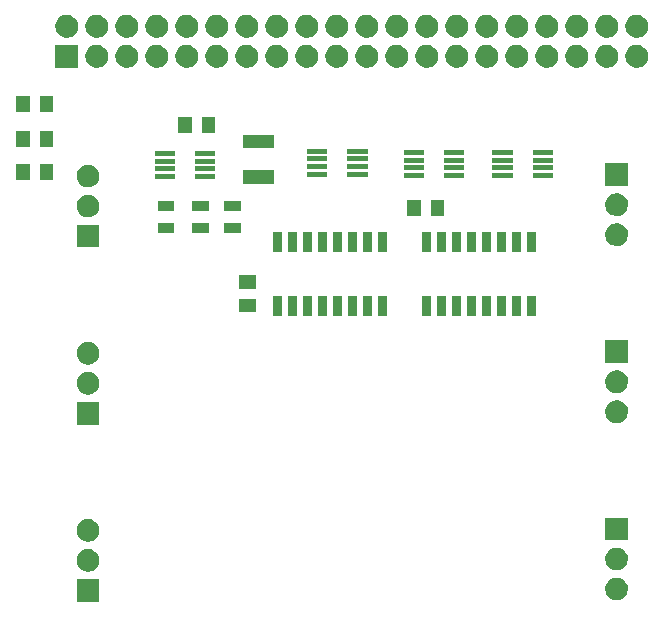
<source format=gbr>
G04 #@! TF.FileFunction,Soldermask,Top*
%FSLAX45Y45*%
G04 Gerber Fmt 4.5, Leading zero omitted, Abs format (unit mm)*
G04 Created by KiCad (PCBNEW (2015-01-16 BZR 5376)-product) date 3/19/2015 6:58:58 PM*
%MOMM*%
G01*
G04 APERTURE LIST*
%ADD10C,0.100000*%
G04 APERTURE END LIST*
D10*
G36*
X506350Y-948850D02*
X393650Y-948850D01*
X393650Y-811150D01*
X506350Y-811150D01*
X506350Y-948850D01*
X506350Y-948850D01*
G37*
G36*
X506350Y-1248850D02*
X393650Y-1248850D01*
X393650Y-1111150D01*
X506350Y-1111150D01*
X506350Y-1248850D01*
X506350Y-1248850D01*
G37*
G36*
X506350Y-1528850D02*
X393650Y-1528850D01*
X393650Y-1391150D01*
X506350Y-1391150D01*
X506350Y-1528850D01*
X506350Y-1528850D01*
G37*
G36*
X706350Y-948850D02*
X593650Y-948850D01*
X593650Y-811150D01*
X706350Y-811150D01*
X706350Y-948850D01*
X706350Y-948850D01*
G37*
G36*
X706350Y-1248850D02*
X593650Y-1248850D01*
X593650Y-1111150D01*
X706350Y-1111150D01*
X706350Y-1248850D01*
X706350Y-1248850D01*
G37*
G36*
X706350Y-1528850D02*
X593650Y-1528850D01*
X593650Y-1391150D01*
X706350Y-1391150D01*
X706350Y-1528850D01*
X706350Y-1528850D01*
G37*
G36*
X915350Y-575350D02*
X722650Y-575350D01*
X722650Y-382650D01*
X915350Y-382650D01*
X915350Y-575350D01*
X915350Y-575350D01*
G37*
G36*
X915354Y-215552D02*
X915053Y-237134D01*
X915047Y-237160D01*
X915047Y-237160D01*
X910867Y-255560D01*
X910867Y-255560D01*
X903181Y-272822D01*
X892289Y-288262D01*
X878606Y-301292D01*
X862652Y-311417D01*
X862652Y-311417D01*
X862652Y-311417D01*
X858928Y-312861D01*
X845036Y-318250D01*
X845035Y-318250D01*
X826428Y-321531D01*
X826428Y-321531D01*
X807536Y-321135D01*
X789082Y-317078D01*
X771767Y-309513D01*
X756251Y-298729D01*
X743126Y-285138D01*
X732890Y-269255D01*
X725934Y-251686D01*
X722523Y-233101D01*
X722787Y-214208D01*
X726715Y-195726D01*
X734159Y-178358D01*
X744835Y-162768D01*
X758334Y-149548D01*
X774145Y-139201D01*
X791665Y-132123D01*
X810225Y-128582D01*
X829120Y-128714D01*
X847629Y-132514D01*
X865048Y-139836D01*
X880713Y-150401D01*
X880713Y-150402D01*
X894027Y-163809D01*
X894028Y-163810D01*
X904484Y-179547D01*
X911684Y-197017D01*
X915349Y-215526D01*
X915349Y-215527D01*
X915354Y-215552D01*
X915354Y-215552D01*
G37*
G36*
X1096350Y-2096350D02*
X903650Y-2096350D01*
X903650Y-1903650D01*
X1096350Y-1903650D01*
X1096350Y-2096350D01*
X1096350Y-2096350D01*
G37*
G36*
X1096350Y-3596350D02*
X903650Y-3596350D01*
X903650Y-3403650D01*
X1096350Y-3403650D01*
X1096350Y-3596350D01*
X1096350Y-3596350D01*
G37*
G36*
X1096350Y-5096350D02*
X903650Y-5096350D01*
X903650Y-4903650D01*
X1096350Y-4903650D01*
X1096350Y-5096350D01*
X1096350Y-5096350D01*
G37*
G36*
X1096354Y-1482552D02*
X1096053Y-1504134D01*
X1096047Y-1504160D01*
X1096047Y-1504160D01*
X1091867Y-1522560D01*
X1091867Y-1522560D01*
X1084181Y-1539822D01*
X1073290Y-1555262D01*
X1059606Y-1568292D01*
X1043652Y-1578417D01*
X1043652Y-1578417D01*
X1043652Y-1578417D01*
X1039928Y-1579861D01*
X1026036Y-1585250D01*
X1026035Y-1585250D01*
X1007428Y-1588531D01*
X1007428Y-1588531D01*
X988536Y-1588135D01*
X970082Y-1584078D01*
X952767Y-1576513D01*
X937251Y-1565729D01*
X924126Y-1552137D01*
X913890Y-1536254D01*
X906934Y-1518686D01*
X903523Y-1500101D01*
X903787Y-1481208D01*
X907715Y-1462726D01*
X915159Y-1445358D01*
X925835Y-1429767D01*
X939334Y-1416547D01*
X955145Y-1406201D01*
X972665Y-1399123D01*
X991225Y-1395582D01*
X1010120Y-1395714D01*
X1028629Y-1399513D01*
X1046048Y-1406836D01*
X1061713Y-1417401D01*
X1061713Y-1417402D01*
X1075027Y-1430809D01*
X1075028Y-1430810D01*
X1085484Y-1446547D01*
X1092684Y-1464017D01*
X1096349Y-1482526D01*
X1096349Y-1482527D01*
X1096354Y-1482552D01*
X1096354Y-1482552D01*
G37*
G36*
X1096354Y-1736552D02*
X1096053Y-1758134D01*
X1096047Y-1758160D01*
X1096047Y-1758160D01*
X1091867Y-1776560D01*
X1091867Y-1776560D01*
X1084181Y-1793822D01*
X1073290Y-1809262D01*
X1059606Y-1822292D01*
X1043652Y-1832417D01*
X1043652Y-1832417D01*
X1043652Y-1832417D01*
X1039928Y-1833861D01*
X1026036Y-1839250D01*
X1026035Y-1839250D01*
X1007428Y-1842531D01*
X1007428Y-1842531D01*
X988536Y-1842135D01*
X970082Y-1838078D01*
X952767Y-1830513D01*
X937251Y-1819729D01*
X924126Y-1806137D01*
X913890Y-1790254D01*
X906934Y-1772686D01*
X903523Y-1754101D01*
X903787Y-1735208D01*
X907715Y-1716726D01*
X915159Y-1699358D01*
X925835Y-1683767D01*
X939334Y-1670547D01*
X955145Y-1660201D01*
X972665Y-1653123D01*
X991225Y-1649582D01*
X1010120Y-1649714D01*
X1028629Y-1653513D01*
X1046048Y-1660836D01*
X1061713Y-1671401D01*
X1061713Y-1671402D01*
X1075027Y-1684809D01*
X1075028Y-1684810D01*
X1085484Y-1700547D01*
X1092684Y-1718017D01*
X1096349Y-1736526D01*
X1096349Y-1736527D01*
X1096354Y-1736552D01*
X1096354Y-1736552D01*
G37*
G36*
X1096354Y-2982552D02*
X1096053Y-3004134D01*
X1096047Y-3004160D01*
X1096047Y-3004160D01*
X1091867Y-3022560D01*
X1091867Y-3022560D01*
X1084181Y-3039822D01*
X1073290Y-3055262D01*
X1059606Y-3068292D01*
X1043652Y-3078417D01*
X1043652Y-3078417D01*
X1043652Y-3078417D01*
X1039928Y-3079861D01*
X1026036Y-3085250D01*
X1026035Y-3085250D01*
X1007428Y-3088531D01*
X1007428Y-3088531D01*
X988536Y-3088135D01*
X970082Y-3084078D01*
X952767Y-3076513D01*
X937251Y-3065729D01*
X924126Y-3052137D01*
X913890Y-3036254D01*
X906934Y-3018686D01*
X903523Y-3000101D01*
X903787Y-2981208D01*
X907715Y-2962726D01*
X915159Y-2945358D01*
X925835Y-2929767D01*
X939334Y-2916547D01*
X955145Y-2906201D01*
X972665Y-2899123D01*
X991225Y-2895582D01*
X1010120Y-2895714D01*
X1028629Y-2899513D01*
X1046048Y-2906836D01*
X1061713Y-2917401D01*
X1061713Y-2917402D01*
X1075027Y-2930809D01*
X1075028Y-2930810D01*
X1085484Y-2946547D01*
X1092684Y-2964017D01*
X1096349Y-2982526D01*
X1096349Y-2982527D01*
X1096354Y-2982552D01*
X1096354Y-2982552D01*
G37*
G36*
X1096354Y-3236552D02*
X1096053Y-3258134D01*
X1096047Y-3258160D01*
X1096047Y-3258160D01*
X1091867Y-3276560D01*
X1091867Y-3276560D01*
X1084181Y-3293822D01*
X1073290Y-3309262D01*
X1059606Y-3322292D01*
X1043652Y-3332417D01*
X1043652Y-3332417D01*
X1043652Y-3332417D01*
X1039928Y-3333861D01*
X1026036Y-3339250D01*
X1026035Y-3339250D01*
X1007428Y-3342531D01*
X1007428Y-3342531D01*
X988536Y-3342135D01*
X970082Y-3338078D01*
X952767Y-3330513D01*
X937251Y-3319729D01*
X924126Y-3306137D01*
X913890Y-3290254D01*
X906934Y-3272686D01*
X903523Y-3254101D01*
X903787Y-3235208D01*
X907715Y-3216726D01*
X915159Y-3199358D01*
X925835Y-3183767D01*
X939334Y-3170547D01*
X955145Y-3160201D01*
X972665Y-3153123D01*
X991225Y-3149582D01*
X1010120Y-3149714D01*
X1028629Y-3153513D01*
X1046048Y-3160836D01*
X1061713Y-3171401D01*
X1061713Y-3171402D01*
X1075027Y-3184809D01*
X1075028Y-3184810D01*
X1085484Y-3200547D01*
X1092684Y-3218017D01*
X1096349Y-3236526D01*
X1096349Y-3236527D01*
X1096354Y-3236552D01*
X1096354Y-3236552D01*
G37*
G36*
X1096354Y-4482552D02*
X1096053Y-4504134D01*
X1096047Y-4504160D01*
X1096047Y-4504160D01*
X1091867Y-4522560D01*
X1091867Y-4522560D01*
X1084181Y-4539822D01*
X1073290Y-4555262D01*
X1059606Y-4568292D01*
X1043652Y-4578417D01*
X1043652Y-4578417D01*
X1043652Y-4578417D01*
X1039928Y-4579861D01*
X1026036Y-4585250D01*
X1026035Y-4585250D01*
X1007428Y-4588531D01*
X1007428Y-4588531D01*
X988536Y-4588135D01*
X970082Y-4584078D01*
X952767Y-4576513D01*
X937251Y-4565729D01*
X924126Y-4552138D01*
X913890Y-4536255D01*
X906934Y-4518686D01*
X903523Y-4500101D01*
X903787Y-4481208D01*
X907715Y-4462726D01*
X915159Y-4445358D01*
X925835Y-4429768D01*
X939334Y-4416548D01*
X955145Y-4406201D01*
X972665Y-4399123D01*
X991225Y-4395582D01*
X1010120Y-4395714D01*
X1028629Y-4399514D01*
X1046048Y-4406836D01*
X1061713Y-4417401D01*
X1061713Y-4417402D01*
X1075027Y-4430809D01*
X1075028Y-4430810D01*
X1085484Y-4446547D01*
X1092684Y-4464017D01*
X1096349Y-4482526D01*
X1096349Y-4482527D01*
X1096354Y-4482552D01*
X1096354Y-4482552D01*
G37*
G36*
X1096354Y-4736552D02*
X1096053Y-4758134D01*
X1096047Y-4758160D01*
X1096047Y-4758160D01*
X1091867Y-4776560D01*
X1091867Y-4776560D01*
X1084181Y-4793822D01*
X1073290Y-4809262D01*
X1059606Y-4822292D01*
X1043652Y-4832417D01*
X1043652Y-4832417D01*
X1043652Y-4832417D01*
X1039928Y-4833861D01*
X1026036Y-4839250D01*
X1026035Y-4839250D01*
X1007428Y-4842531D01*
X1007428Y-4842531D01*
X988536Y-4842135D01*
X970082Y-4838078D01*
X952767Y-4830513D01*
X937251Y-4819729D01*
X924126Y-4806138D01*
X913890Y-4790255D01*
X906934Y-4772686D01*
X903523Y-4754101D01*
X903787Y-4735208D01*
X907715Y-4716726D01*
X915159Y-4699358D01*
X925835Y-4683768D01*
X939334Y-4670548D01*
X955145Y-4660201D01*
X972665Y-4653123D01*
X991225Y-4649582D01*
X1010120Y-4649714D01*
X1028629Y-4653514D01*
X1046048Y-4660836D01*
X1061713Y-4671401D01*
X1061713Y-4671402D01*
X1075027Y-4684809D01*
X1075028Y-4684810D01*
X1085484Y-4700547D01*
X1092684Y-4718017D01*
X1096349Y-4736526D01*
X1096349Y-4736527D01*
X1096354Y-4736552D01*
X1096354Y-4736552D01*
G37*
G36*
X1169354Y-215552D02*
X1169053Y-237134D01*
X1169047Y-237160D01*
X1169047Y-237160D01*
X1164867Y-255560D01*
X1164867Y-255560D01*
X1157181Y-272822D01*
X1146290Y-288262D01*
X1132606Y-301292D01*
X1116653Y-311417D01*
X1116652Y-311417D01*
X1116652Y-311417D01*
X1112928Y-312861D01*
X1099036Y-318250D01*
X1099036Y-318250D01*
X1080428Y-321531D01*
X1080428Y-321531D01*
X1061536Y-321135D01*
X1043082Y-317078D01*
X1025767Y-309513D01*
X1010251Y-298729D01*
X997126Y-285138D01*
X986890Y-269255D01*
X979934Y-251686D01*
X976523Y-233101D01*
X976787Y-214208D01*
X980715Y-195726D01*
X988159Y-178358D01*
X998835Y-162768D01*
X1012334Y-149548D01*
X1028145Y-139201D01*
X1045665Y-132123D01*
X1064225Y-128582D01*
X1083120Y-128714D01*
X1101630Y-132514D01*
X1119048Y-139836D01*
X1134713Y-150401D01*
X1134713Y-150402D01*
X1148027Y-163809D01*
X1148028Y-163810D01*
X1158484Y-179547D01*
X1165684Y-197017D01*
X1169349Y-215526D01*
X1169349Y-215527D01*
X1169354Y-215552D01*
X1169354Y-215552D01*
G37*
G36*
X1169354Y-469552D02*
X1169053Y-491134D01*
X1169047Y-491160D01*
X1169047Y-491160D01*
X1164867Y-509560D01*
X1164867Y-509560D01*
X1157181Y-526822D01*
X1146290Y-542262D01*
X1132606Y-555292D01*
X1116653Y-565417D01*
X1116652Y-565417D01*
X1116652Y-565417D01*
X1112928Y-566861D01*
X1099036Y-572250D01*
X1099036Y-572250D01*
X1080428Y-575531D01*
X1080428Y-575531D01*
X1061536Y-575135D01*
X1043082Y-571078D01*
X1025767Y-563513D01*
X1010251Y-552729D01*
X997126Y-539138D01*
X986890Y-523254D01*
X979934Y-505686D01*
X976523Y-487101D01*
X976787Y-468208D01*
X980715Y-449726D01*
X988159Y-432358D01*
X998835Y-416767D01*
X1012334Y-403547D01*
X1028145Y-393201D01*
X1045665Y-386123D01*
X1064225Y-382582D01*
X1083120Y-382714D01*
X1101630Y-386513D01*
X1119048Y-393836D01*
X1134713Y-404401D01*
X1134713Y-404402D01*
X1148027Y-417809D01*
X1148028Y-417810D01*
X1158484Y-433547D01*
X1165684Y-451017D01*
X1169349Y-469526D01*
X1169349Y-469527D01*
X1169354Y-469552D01*
X1169354Y-469552D01*
G37*
G36*
X1423354Y-215552D02*
X1423053Y-237134D01*
X1423047Y-237160D01*
X1423047Y-237160D01*
X1418867Y-255560D01*
X1418867Y-255560D01*
X1411181Y-272822D01*
X1400289Y-288262D01*
X1386606Y-301292D01*
X1370653Y-311417D01*
X1370652Y-311417D01*
X1370652Y-311417D01*
X1366928Y-312861D01*
X1353036Y-318250D01*
X1353036Y-318250D01*
X1334428Y-321531D01*
X1334428Y-321531D01*
X1315536Y-321135D01*
X1297082Y-317078D01*
X1279768Y-309513D01*
X1264251Y-298729D01*
X1251126Y-285138D01*
X1240890Y-269255D01*
X1233934Y-251686D01*
X1230523Y-233101D01*
X1230787Y-214208D01*
X1234716Y-195726D01*
X1242159Y-178358D01*
X1252835Y-162768D01*
X1266334Y-149548D01*
X1282145Y-139201D01*
X1299665Y-132123D01*
X1318225Y-128582D01*
X1337120Y-128714D01*
X1355630Y-132514D01*
X1373048Y-139836D01*
X1388713Y-150401D01*
X1388713Y-150402D01*
X1402027Y-163809D01*
X1402028Y-163810D01*
X1412484Y-179547D01*
X1419684Y-197017D01*
X1423349Y-215526D01*
X1423349Y-215527D01*
X1423354Y-215552D01*
X1423354Y-215552D01*
G37*
G36*
X1423354Y-469552D02*
X1423053Y-491134D01*
X1423047Y-491160D01*
X1423047Y-491160D01*
X1418867Y-509560D01*
X1418867Y-509560D01*
X1411181Y-526822D01*
X1400289Y-542262D01*
X1386606Y-555292D01*
X1370653Y-565417D01*
X1370652Y-565417D01*
X1370652Y-565417D01*
X1366928Y-566861D01*
X1353036Y-572250D01*
X1353036Y-572250D01*
X1334428Y-575531D01*
X1334428Y-575531D01*
X1315536Y-575135D01*
X1297082Y-571078D01*
X1279768Y-563513D01*
X1264251Y-552729D01*
X1251126Y-539138D01*
X1240890Y-523254D01*
X1233934Y-505686D01*
X1230523Y-487101D01*
X1230787Y-468208D01*
X1234716Y-449726D01*
X1242159Y-432358D01*
X1252835Y-416767D01*
X1266334Y-403547D01*
X1282145Y-393201D01*
X1299665Y-386123D01*
X1318225Y-382582D01*
X1337120Y-382714D01*
X1355630Y-386513D01*
X1373048Y-393836D01*
X1388713Y-404401D01*
X1388713Y-404402D01*
X1402027Y-417809D01*
X1402028Y-417810D01*
X1412484Y-433547D01*
X1419684Y-451017D01*
X1423349Y-469526D01*
X1423349Y-469527D01*
X1423354Y-469552D01*
X1423354Y-469552D01*
G37*
G36*
X1677354Y-215552D02*
X1677053Y-237134D01*
X1677047Y-237160D01*
X1677047Y-237160D01*
X1672867Y-255560D01*
X1672867Y-255560D01*
X1665181Y-272822D01*
X1654289Y-288262D01*
X1640606Y-301292D01*
X1624652Y-311417D01*
X1624652Y-311417D01*
X1624652Y-311417D01*
X1620928Y-312861D01*
X1607036Y-318250D01*
X1607035Y-318250D01*
X1588428Y-321531D01*
X1588428Y-321531D01*
X1569536Y-321135D01*
X1551082Y-317078D01*
X1533767Y-309513D01*
X1518251Y-298729D01*
X1505126Y-285138D01*
X1494890Y-269255D01*
X1487934Y-251686D01*
X1484523Y-233101D01*
X1484787Y-214208D01*
X1488715Y-195726D01*
X1496159Y-178358D01*
X1506835Y-162768D01*
X1520334Y-149548D01*
X1536145Y-139201D01*
X1553665Y-132123D01*
X1572225Y-128582D01*
X1591120Y-128714D01*
X1609629Y-132514D01*
X1627048Y-139836D01*
X1642713Y-150401D01*
X1642713Y-150402D01*
X1656027Y-163809D01*
X1656028Y-163810D01*
X1666484Y-179547D01*
X1673684Y-197017D01*
X1677349Y-215526D01*
X1677349Y-215527D01*
X1677354Y-215552D01*
X1677354Y-215552D01*
G37*
G36*
X1677354Y-469552D02*
X1677053Y-491134D01*
X1677047Y-491160D01*
X1677047Y-491160D01*
X1672867Y-509560D01*
X1672867Y-509560D01*
X1665181Y-526822D01*
X1654289Y-542262D01*
X1640606Y-555292D01*
X1624652Y-565417D01*
X1624652Y-565417D01*
X1624652Y-565417D01*
X1620928Y-566861D01*
X1607036Y-572250D01*
X1607035Y-572250D01*
X1588428Y-575531D01*
X1588428Y-575531D01*
X1569536Y-575135D01*
X1551082Y-571078D01*
X1533767Y-563513D01*
X1518251Y-552729D01*
X1505126Y-539138D01*
X1494890Y-523254D01*
X1487934Y-505686D01*
X1484523Y-487101D01*
X1484787Y-468208D01*
X1488715Y-449726D01*
X1496159Y-432358D01*
X1506835Y-416767D01*
X1520334Y-403547D01*
X1536145Y-393201D01*
X1553665Y-386123D01*
X1572225Y-382582D01*
X1591120Y-382714D01*
X1609629Y-386513D01*
X1627048Y-393836D01*
X1642713Y-404401D01*
X1642713Y-404402D01*
X1656027Y-417809D01*
X1656028Y-417810D01*
X1666484Y-433547D01*
X1673684Y-451017D01*
X1677349Y-469526D01*
X1677349Y-469527D01*
X1677354Y-469552D01*
X1677354Y-469552D01*
G37*
G36*
X1731454Y-1786306D02*
X1588754Y-1786306D01*
X1588754Y-1703606D01*
X1731454Y-1703606D01*
X1731454Y-1786306D01*
X1731454Y-1786306D01*
G37*
G36*
X1731454Y-1976306D02*
X1588754Y-1976306D01*
X1588754Y-1893606D01*
X1731454Y-1893606D01*
X1731454Y-1976306D01*
X1731454Y-1976306D01*
G37*
G36*
X1736350Y-1323850D02*
X1563650Y-1323850D01*
X1563650Y-1281150D01*
X1736350Y-1281150D01*
X1736350Y-1323850D01*
X1736350Y-1323850D01*
G37*
G36*
X1736350Y-1388850D02*
X1563650Y-1388850D01*
X1563650Y-1346150D01*
X1736350Y-1346150D01*
X1736350Y-1388850D01*
X1736350Y-1388850D01*
G37*
G36*
X1736350Y-1453850D02*
X1563650Y-1453850D01*
X1563650Y-1411150D01*
X1736350Y-1411150D01*
X1736350Y-1453850D01*
X1736350Y-1453850D01*
G37*
G36*
X1736350Y-1518850D02*
X1563650Y-1518850D01*
X1563650Y-1476150D01*
X1736350Y-1476150D01*
X1736350Y-1518850D01*
X1736350Y-1518850D01*
G37*
G36*
X1876350Y-1128850D02*
X1763650Y-1128850D01*
X1763650Y-991150D01*
X1876350Y-991150D01*
X1876350Y-1128850D01*
X1876350Y-1128850D01*
G37*
G36*
X1931354Y-215552D02*
X1931053Y-237134D01*
X1931047Y-237160D01*
X1931047Y-237160D01*
X1926867Y-255560D01*
X1926867Y-255560D01*
X1919181Y-272822D01*
X1908289Y-288262D01*
X1894606Y-301292D01*
X1878652Y-311417D01*
X1878652Y-311417D01*
X1878652Y-311417D01*
X1874928Y-312861D01*
X1861036Y-318250D01*
X1861035Y-318250D01*
X1842428Y-321531D01*
X1842428Y-321531D01*
X1823536Y-321135D01*
X1805082Y-317078D01*
X1787767Y-309513D01*
X1772251Y-298729D01*
X1759126Y-285138D01*
X1748890Y-269255D01*
X1741934Y-251686D01*
X1738523Y-233101D01*
X1738787Y-214208D01*
X1742715Y-195726D01*
X1750159Y-178358D01*
X1760835Y-162768D01*
X1774334Y-149548D01*
X1790145Y-139201D01*
X1807665Y-132123D01*
X1826225Y-128582D01*
X1845120Y-128714D01*
X1863629Y-132514D01*
X1881048Y-139836D01*
X1896713Y-150401D01*
X1896713Y-150402D01*
X1910027Y-163809D01*
X1910028Y-163810D01*
X1920484Y-179547D01*
X1927684Y-197017D01*
X1931349Y-215526D01*
X1931349Y-215527D01*
X1931354Y-215552D01*
X1931354Y-215552D01*
G37*
G36*
X1931354Y-469552D02*
X1931053Y-491134D01*
X1931047Y-491160D01*
X1931047Y-491160D01*
X1926867Y-509560D01*
X1926867Y-509560D01*
X1919181Y-526822D01*
X1908289Y-542262D01*
X1894606Y-555292D01*
X1878652Y-565417D01*
X1878652Y-565417D01*
X1878652Y-565417D01*
X1874928Y-566861D01*
X1861036Y-572250D01*
X1861035Y-572250D01*
X1842428Y-575531D01*
X1842428Y-575531D01*
X1823536Y-575135D01*
X1805082Y-571078D01*
X1787767Y-563513D01*
X1772251Y-552729D01*
X1759126Y-539138D01*
X1748890Y-523254D01*
X1741934Y-505686D01*
X1738523Y-487101D01*
X1738787Y-468208D01*
X1742715Y-449726D01*
X1750159Y-432358D01*
X1760835Y-416767D01*
X1774334Y-403547D01*
X1790145Y-393201D01*
X1807665Y-386123D01*
X1826225Y-382582D01*
X1845120Y-382714D01*
X1863629Y-386513D01*
X1881048Y-393836D01*
X1896713Y-404401D01*
X1896713Y-404402D01*
X1910027Y-417809D01*
X1910028Y-417810D01*
X1920484Y-433547D01*
X1927684Y-451017D01*
X1931349Y-469526D01*
X1931349Y-469527D01*
X1931354Y-469552D01*
X1931354Y-469552D01*
G37*
G36*
X2021454Y-1786306D02*
X1878754Y-1786306D01*
X1878754Y-1703606D01*
X2021454Y-1703606D01*
X2021454Y-1786306D01*
X2021454Y-1786306D01*
G37*
G36*
X2021454Y-1976306D02*
X1878754Y-1976306D01*
X1878754Y-1893606D01*
X2021454Y-1893606D01*
X2021454Y-1976306D01*
X2021454Y-1976306D01*
G37*
G36*
X2076350Y-1128850D02*
X1963650Y-1128850D01*
X1963650Y-991150D01*
X2076350Y-991150D01*
X2076350Y-1128850D01*
X2076350Y-1128850D01*
G37*
G36*
X2076350Y-1323850D02*
X1903650Y-1323850D01*
X1903650Y-1281150D01*
X2076350Y-1281150D01*
X2076350Y-1323850D01*
X2076350Y-1323850D01*
G37*
G36*
X2076350Y-1388850D02*
X1903650Y-1388850D01*
X1903650Y-1346150D01*
X2076350Y-1346150D01*
X2076350Y-1388850D01*
X2076350Y-1388850D01*
G37*
G36*
X2076350Y-1453850D02*
X1903650Y-1453850D01*
X1903650Y-1411150D01*
X2076350Y-1411150D01*
X2076350Y-1453850D01*
X2076350Y-1453850D01*
G37*
G36*
X2076350Y-1518850D02*
X1903650Y-1518850D01*
X1903650Y-1476150D01*
X2076350Y-1476150D01*
X2076350Y-1518850D01*
X2076350Y-1518850D01*
G37*
G36*
X2185354Y-215552D02*
X2185053Y-237134D01*
X2185047Y-237160D01*
X2185047Y-237160D01*
X2180867Y-255560D01*
X2180867Y-255560D01*
X2173181Y-272822D01*
X2162290Y-288262D01*
X2148606Y-301292D01*
X2132653Y-311417D01*
X2132652Y-311417D01*
X2132652Y-311417D01*
X2128928Y-312861D01*
X2115036Y-318250D01*
X2115036Y-318250D01*
X2096428Y-321531D01*
X2096428Y-321531D01*
X2077536Y-321135D01*
X2059082Y-317078D01*
X2041767Y-309513D01*
X2026251Y-298729D01*
X2013126Y-285138D01*
X2002890Y-269255D01*
X1995934Y-251686D01*
X1992523Y-233101D01*
X1992787Y-214208D01*
X1996715Y-195726D01*
X2004159Y-178358D01*
X2014835Y-162768D01*
X2028334Y-149548D01*
X2044145Y-139201D01*
X2061665Y-132123D01*
X2080225Y-128582D01*
X2099120Y-128714D01*
X2117630Y-132514D01*
X2135048Y-139836D01*
X2150713Y-150401D01*
X2150713Y-150402D01*
X2164027Y-163809D01*
X2164028Y-163810D01*
X2174484Y-179547D01*
X2181684Y-197017D01*
X2185349Y-215526D01*
X2185349Y-215527D01*
X2185354Y-215552D01*
X2185354Y-215552D01*
G37*
G36*
X2185354Y-469552D02*
X2185053Y-491134D01*
X2185047Y-491160D01*
X2185047Y-491160D01*
X2180867Y-509560D01*
X2180867Y-509560D01*
X2173181Y-526822D01*
X2162290Y-542262D01*
X2148606Y-555292D01*
X2132653Y-565417D01*
X2132652Y-565417D01*
X2132652Y-565417D01*
X2128928Y-566861D01*
X2115036Y-572250D01*
X2115036Y-572250D01*
X2096428Y-575531D01*
X2096428Y-575531D01*
X2077536Y-575135D01*
X2059082Y-571078D01*
X2041767Y-563513D01*
X2026251Y-552729D01*
X2013126Y-539138D01*
X2002890Y-523254D01*
X1995934Y-505686D01*
X1992523Y-487101D01*
X1992787Y-468208D01*
X1996715Y-449726D01*
X2004159Y-432358D01*
X2014835Y-416767D01*
X2028334Y-403547D01*
X2044145Y-393201D01*
X2061665Y-386123D01*
X2080225Y-382582D01*
X2099120Y-382714D01*
X2117630Y-386513D01*
X2135048Y-393836D01*
X2150713Y-404401D01*
X2150713Y-404402D01*
X2164027Y-417809D01*
X2164028Y-417810D01*
X2174484Y-433547D01*
X2181684Y-451017D01*
X2185349Y-469526D01*
X2185349Y-469527D01*
X2185354Y-469552D01*
X2185354Y-469552D01*
G37*
G36*
X2291454Y-1786306D02*
X2148754Y-1786306D01*
X2148754Y-1703606D01*
X2291454Y-1703606D01*
X2291454Y-1786306D01*
X2291454Y-1786306D01*
G37*
G36*
X2291454Y-1976306D02*
X2148754Y-1976306D01*
X2148754Y-1893606D01*
X2291454Y-1893606D01*
X2291454Y-1976306D01*
X2291454Y-1976306D01*
G37*
G36*
X2418850Y-2446350D02*
X2281150Y-2446350D01*
X2281150Y-2333650D01*
X2418850Y-2333650D01*
X2418850Y-2446350D01*
X2418850Y-2446350D01*
G37*
G36*
X2418850Y-2646350D02*
X2281150Y-2646350D01*
X2281150Y-2533650D01*
X2418850Y-2533650D01*
X2418850Y-2646350D01*
X2418850Y-2646350D01*
G37*
G36*
X2439354Y-215552D02*
X2439053Y-237134D01*
X2439047Y-237160D01*
X2439047Y-237160D01*
X2434867Y-255560D01*
X2434867Y-255560D01*
X2427181Y-272822D01*
X2416290Y-288262D01*
X2402606Y-301292D01*
X2386653Y-311417D01*
X2386652Y-311417D01*
X2386652Y-311417D01*
X2382928Y-312861D01*
X2369036Y-318250D01*
X2369036Y-318250D01*
X2350428Y-321531D01*
X2350428Y-321531D01*
X2331536Y-321135D01*
X2313082Y-317078D01*
X2295768Y-309513D01*
X2280251Y-298729D01*
X2267126Y-285138D01*
X2256890Y-269255D01*
X2249934Y-251686D01*
X2246523Y-233101D01*
X2246787Y-214208D01*
X2250716Y-195726D01*
X2258159Y-178358D01*
X2268835Y-162768D01*
X2282334Y-149548D01*
X2298145Y-139201D01*
X2315665Y-132123D01*
X2334225Y-128582D01*
X2353120Y-128714D01*
X2371630Y-132514D01*
X2389048Y-139836D01*
X2404713Y-150401D01*
X2404713Y-150402D01*
X2418027Y-163809D01*
X2418028Y-163810D01*
X2428484Y-179547D01*
X2435684Y-197017D01*
X2439349Y-215526D01*
X2439349Y-215527D01*
X2439354Y-215552D01*
X2439354Y-215552D01*
G37*
G36*
X2439354Y-469552D02*
X2439053Y-491134D01*
X2439047Y-491160D01*
X2439047Y-491160D01*
X2434867Y-509560D01*
X2434867Y-509560D01*
X2427181Y-526822D01*
X2416290Y-542262D01*
X2402606Y-555292D01*
X2386653Y-565417D01*
X2386652Y-565417D01*
X2386652Y-565417D01*
X2382928Y-566861D01*
X2369036Y-572250D01*
X2369036Y-572250D01*
X2350428Y-575531D01*
X2350428Y-575531D01*
X2331536Y-575135D01*
X2313082Y-571078D01*
X2295768Y-563513D01*
X2280251Y-552729D01*
X2267126Y-539138D01*
X2256890Y-523254D01*
X2249934Y-505686D01*
X2246523Y-487101D01*
X2246787Y-468208D01*
X2250716Y-449726D01*
X2258159Y-432358D01*
X2268835Y-416767D01*
X2282334Y-403547D01*
X2298145Y-393201D01*
X2315665Y-386123D01*
X2334225Y-382582D01*
X2353120Y-382714D01*
X2371630Y-386513D01*
X2389048Y-393836D01*
X2404713Y-404401D01*
X2404713Y-404402D01*
X2418027Y-417809D01*
X2418028Y-417810D01*
X2428484Y-433547D01*
X2435684Y-451017D01*
X2439349Y-469526D01*
X2439349Y-469527D01*
X2439354Y-469552D01*
X2439354Y-469552D01*
G37*
G36*
X2571350Y-1256350D02*
X2308650Y-1256350D01*
X2308650Y-1143650D01*
X2571350Y-1143650D01*
X2571350Y-1256350D01*
X2571350Y-1256350D01*
G37*
G36*
X2571350Y-1556350D02*
X2308650Y-1556350D01*
X2308650Y-1443650D01*
X2571350Y-1443650D01*
X2571350Y-1556350D01*
X2571350Y-1556350D01*
G37*
G36*
X2641850Y-2133850D02*
X2569150Y-2133850D01*
X2569150Y-1966150D01*
X2641850Y-1966150D01*
X2641850Y-2133850D01*
X2641850Y-2133850D01*
G37*
G36*
X2641850Y-2673850D02*
X2569150Y-2673850D01*
X2569150Y-2506150D01*
X2641850Y-2506150D01*
X2641850Y-2673850D01*
X2641850Y-2673850D01*
G37*
G36*
X2693354Y-215552D02*
X2693053Y-237134D01*
X2693047Y-237160D01*
X2693047Y-237160D01*
X2688867Y-255560D01*
X2688867Y-255560D01*
X2681181Y-272822D01*
X2670290Y-288262D01*
X2656606Y-301292D01*
X2640653Y-311417D01*
X2640652Y-311417D01*
X2640652Y-311417D01*
X2636928Y-312861D01*
X2623036Y-318250D01*
X2623036Y-318250D01*
X2604428Y-321531D01*
X2604428Y-321531D01*
X2585536Y-321135D01*
X2567082Y-317078D01*
X2549768Y-309513D01*
X2534251Y-298729D01*
X2521126Y-285138D01*
X2510890Y-269255D01*
X2503934Y-251686D01*
X2500523Y-233101D01*
X2500787Y-214208D01*
X2504716Y-195726D01*
X2512159Y-178358D01*
X2522835Y-162768D01*
X2536334Y-149548D01*
X2552145Y-139201D01*
X2569665Y-132123D01*
X2588225Y-128582D01*
X2607120Y-128714D01*
X2625630Y-132514D01*
X2643048Y-139836D01*
X2658713Y-150401D01*
X2658713Y-150402D01*
X2672027Y-163809D01*
X2672028Y-163810D01*
X2682484Y-179547D01*
X2689684Y-197017D01*
X2693349Y-215526D01*
X2693349Y-215527D01*
X2693354Y-215552D01*
X2693354Y-215552D01*
G37*
G36*
X2693354Y-469552D02*
X2693053Y-491134D01*
X2693047Y-491160D01*
X2693047Y-491160D01*
X2688867Y-509560D01*
X2688867Y-509560D01*
X2681181Y-526822D01*
X2670290Y-542262D01*
X2656606Y-555292D01*
X2640653Y-565417D01*
X2640652Y-565417D01*
X2640652Y-565417D01*
X2636928Y-566861D01*
X2623036Y-572250D01*
X2623036Y-572250D01*
X2604428Y-575531D01*
X2604428Y-575531D01*
X2585536Y-575135D01*
X2567082Y-571078D01*
X2549768Y-563513D01*
X2534251Y-552729D01*
X2521126Y-539138D01*
X2510890Y-523254D01*
X2503934Y-505686D01*
X2500523Y-487101D01*
X2500787Y-468208D01*
X2504716Y-449726D01*
X2512159Y-432358D01*
X2522835Y-416767D01*
X2536334Y-403547D01*
X2552145Y-393201D01*
X2569665Y-386123D01*
X2588225Y-382582D01*
X2607120Y-382714D01*
X2625630Y-386513D01*
X2643048Y-393836D01*
X2658713Y-404401D01*
X2658713Y-404402D01*
X2672027Y-417809D01*
X2672028Y-417810D01*
X2682484Y-433547D01*
X2689684Y-451017D01*
X2693349Y-469526D01*
X2693349Y-469527D01*
X2693354Y-469552D01*
X2693354Y-469552D01*
G37*
G36*
X2768850Y-2133850D02*
X2696150Y-2133850D01*
X2696150Y-1966150D01*
X2768850Y-1966150D01*
X2768850Y-2133850D01*
X2768850Y-2133850D01*
G37*
G36*
X2768850Y-2673850D02*
X2696150Y-2673850D01*
X2696150Y-2506150D01*
X2768850Y-2506150D01*
X2768850Y-2673850D01*
X2768850Y-2673850D01*
G37*
G36*
X2895850Y-2133850D02*
X2823150Y-2133850D01*
X2823150Y-1966150D01*
X2895850Y-1966150D01*
X2895850Y-2133850D01*
X2895850Y-2133850D01*
G37*
G36*
X2895850Y-2673850D02*
X2823150Y-2673850D01*
X2823150Y-2506150D01*
X2895850Y-2506150D01*
X2895850Y-2673850D01*
X2895850Y-2673850D01*
G37*
G36*
X2947354Y-215552D02*
X2947053Y-237134D01*
X2947047Y-237160D01*
X2947047Y-237160D01*
X2942867Y-255560D01*
X2942867Y-255560D01*
X2935181Y-272822D01*
X2924289Y-288262D01*
X2910606Y-301292D01*
X2894652Y-311417D01*
X2894652Y-311417D01*
X2894652Y-311417D01*
X2890928Y-312861D01*
X2877036Y-318250D01*
X2877035Y-318250D01*
X2858428Y-321531D01*
X2858428Y-321531D01*
X2839536Y-321135D01*
X2821082Y-317078D01*
X2803767Y-309513D01*
X2788251Y-298729D01*
X2775126Y-285138D01*
X2764890Y-269255D01*
X2757934Y-251686D01*
X2754523Y-233101D01*
X2754787Y-214208D01*
X2758716Y-195726D01*
X2766159Y-178358D01*
X2776835Y-162768D01*
X2790334Y-149548D01*
X2806145Y-139201D01*
X2823665Y-132123D01*
X2842225Y-128582D01*
X2861120Y-128714D01*
X2879629Y-132514D01*
X2897048Y-139836D01*
X2912713Y-150401D01*
X2912713Y-150402D01*
X2926027Y-163809D01*
X2926028Y-163810D01*
X2936484Y-179547D01*
X2943684Y-197017D01*
X2947349Y-215526D01*
X2947349Y-215527D01*
X2947354Y-215552D01*
X2947354Y-215552D01*
G37*
G36*
X2947354Y-469552D02*
X2947053Y-491134D01*
X2947047Y-491160D01*
X2947047Y-491160D01*
X2942867Y-509560D01*
X2942867Y-509560D01*
X2935181Y-526822D01*
X2924289Y-542262D01*
X2910606Y-555292D01*
X2894652Y-565417D01*
X2894652Y-565417D01*
X2894652Y-565417D01*
X2890928Y-566861D01*
X2877036Y-572250D01*
X2877035Y-572250D01*
X2858428Y-575531D01*
X2858428Y-575531D01*
X2839536Y-575135D01*
X2821082Y-571078D01*
X2803767Y-563513D01*
X2788251Y-552729D01*
X2775126Y-539138D01*
X2764890Y-523254D01*
X2757934Y-505686D01*
X2754523Y-487101D01*
X2754787Y-468208D01*
X2758716Y-449726D01*
X2766159Y-432358D01*
X2776835Y-416767D01*
X2790334Y-403547D01*
X2806145Y-393201D01*
X2823665Y-386123D01*
X2842225Y-382582D01*
X2861120Y-382714D01*
X2879629Y-386513D01*
X2897048Y-393836D01*
X2912713Y-404401D01*
X2912713Y-404402D01*
X2926027Y-417809D01*
X2926028Y-417810D01*
X2936484Y-433547D01*
X2943684Y-451017D01*
X2947349Y-469526D01*
X2947349Y-469527D01*
X2947354Y-469552D01*
X2947354Y-469552D01*
G37*
G36*
X3022850Y-2133850D02*
X2950150Y-2133850D01*
X2950150Y-1966150D01*
X3022850Y-1966150D01*
X3022850Y-2133850D01*
X3022850Y-2133850D01*
G37*
G36*
X3022850Y-2673850D02*
X2950150Y-2673850D01*
X2950150Y-2506150D01*
X3022850Y-2506150D01*
X3022850Y-2673850D01*
X3022850Y-2673850D01*
G37*
G36*
X3026350Y-1303850D02*
X2853650Y-1303850D01*
X2853650Y-1261150D01*
X3026350Y-1261150D01*
X3026350Y-1303850D01*
X3026350Y-1303850D01*
G37*
G36*
X3026350Y-1368850D02*
X2853650Y-1368850D01*
X2853650Y-1326150D01*
X3026350Y-1326150D01*
X3026350Y-1368850D01*
X3026350Y-1368850D01*
G37*
G36*
X3026350Y-1433850D02*
X2853650Y-1433850D01*
X2853650Y-1391150D01*
X3026350Y-1391150D01*
X3026350Y-1433850D01*
X3026350Y-1433850D01*
G37*
G36*
X3026350Y-1498850D02*
X2853650Y-1498850D01*
X2853650Y-1456150D01*
X3026350Y-1456150D01*
X3026350Y-1498850D01*
X3026350Y-1498850D01*
G37*
G36*
X3149850Y-2133850D02*
X3077150Y-2133850D01*
X3077150Y-1966150D01*
X3149850Y-1966150D01*
X3149850Y-2133850D01*
X3149850Y-2133850D01*
G37*
G36*
X3149850Y-2673850D02*
X3077150Y-2673850D01*
X3077150Y-2506150D01*
X3149850Y-2506150D01*
X3149850Y-2673850D01*
X3149850Y-2673850D01*
G37*
G36*
X3201354Y-215552D02*
X3201053Y-237134D01*
X3201047Y-237160D01*
X3201047Y-237160D01*
X3196867Y-255560D01*
X3196867Y-255560D01*
X3189181Y-272822D01*
X3178289Y-288262D01*
X3164606Y-301292D01*
X3148652Y-311417D01*
X3148652Y-311417D01*
X3148652Y-311417D01*
X3144928Y-312861D01*
X3131036Y-318250D01*
X3131035Y-318250D01*
X3112428Y-321531D01*
X3112428Y-321531D01*
X3093536Y-321135D01*
X3075082Y-317078D01*
X3057767Y-309513D01*
X3042251Y-298729D01*
X3029126Y-285138D01*
X3018890Y-269255D01*
X3011934Y-251686D01*
X3008523Y-233101D01*
X3008787Y-214208D01*
X3012715Y-195726D01*
X3020159Y-178358D01*
X3030835Y-162768D01*
X3044334Y-149548D01*
X3060145Y-139201D01*
X3077665Y-132123D01*
X3096225Y-128582D01*
X3115120Y-128714D01*
X3133629Y-132514D01*
X3151048Y-139836D01*
X3166713Y-150401D01*
X3166713Y-150402D01*
X3180027Y-163809D01*
X3180028Y-163810D01*
X3190484Y-179547D01*
X3197684Y-197017D01*
X3201349Y-215526D01*
X3201349Y-215527D01*
X3201354Y-215552D01*
X3201354Y-215552D01*
G37*
G36*
X3201354Y-469552D02*
X3201053Y-491134D01*
X3201047Y-491160D01*
X3201047Y-491160D01*
X3196867Y-509560D01*
X3196867Y-509560D01*
X3189181Y-526822D01*
X3178289Y-542262D01*
X3164606Y-555292D01*
X3148652Y-565417D01*
X3148652Y-565417D01*
X3148652Y-565417D01*
X3144928Y-566861D01*
X3131036Y-572250D01*
X3131035Y-572250D01*
X3112428Y-575531D01*
X3112428Y-575531D01*
X3093536Y-575135D01*
X3075082Y-571078D01*
X3057767Y-563513D01*
X3042251Y-552729D01*
X3029126Y-539138D01*
X3018890Y-523254D01*
X3011934Y-505686D01*
X3008523Y-487101D01*
X3008787Y-468208D01*
X3012715Y-449726D01*
X3020159Y-432358D01*
X3030835Y-416767D01*
X3044334Y-403547D01*
X3060145Y-393201D01*
X3077665Y-386123D01*
X3096225Y-382582D01*
X3115120Y-382714D01*
X3133629Y-386513D01*
X3151048Y-393836D01*
X3166713Y-404401D01*
X3166713Y-404402D01*
X3180027Y-417809D01*
X3180028Y-417810D01*
X3190484Y-433547D01*
X3197684Y-451017D01*
X3201349Y-469526D01*
X3201349Y-469527D01*
X3201354Y-469552D01*
X3201354Y-469552D01*
G37*
G36*
X3276850Y-2133850D02*
X3204150Y-2133850D01*
X3204150Y-1966150D01*
X3276850Y-1966150D01*
X3276850Y-2133850D01*
X3276850Y-2133850D01*
G37*
G36*
X3276850Y-2673850D02*
X3204150Y-2673850D01*
X3204150Y-2506150D01*
X3276850Y-2506150D01*
X3276850Y-2673850D01*
X3276850Y-2673850D01*
G37*
G36*
X3366350Y-1303850D02*
X3193650Y-1303850D01*
X3193650Y-1261150D01*
X3366350Y-1261150D01*
X3366350Y-1303850D01*
X3366350Y-1303850D01*
G37*
G36*
X3366350Y-1368850D02*
X3193650Y-1368850D01*
X3193650Y-1326150D01*
X3366350Y-1326150D01*
X3366350Y-1368850D01*
X3366350Y-1368850D01*
G37*
G36*
X3366350Y-1433850D02*
X3193650Y-1433850D01*
X3193650Y-1391150D01*
X3366350Y-1391150D01*
X3366350Y-1433850D01*
X3366350Y-1433850D01*
G37*
G36*
X3366350Y-1498850D02*
X3193650Y-1498850D01*
X3193650Y-1456150D01*
X3366350Y-1456150D01*
X3366350Y-1498850D01*
X3366350Y-1498850D01*
G37*
G36*
X3403850Y-2133850D02*
X3331150Y-2133850D01*
X3331150Y-1966150D01*
X3403850Y-1966150D01*
X3403850Y-2133850D01*
X3403850Y-2133850D01*
G37*
G36*
X3403850Y-2673850D02*
X3331150Y-2673850D01*
X3331150Y-2506150D01*
X3403850Y-2506150D01*
X3403850Y-2673850D01*
X3403850Y-2673850D01*
G37*
G36*
X3455354Y-215552D02*
X3455053Y-237134D01*
X3455047Y-237160D01*
X3455047Y-237160D01*
X3450867Y-255560D01*
X3450867Y-255560D01*
X3443181Y-272822D01*
X3432289Y-288262D01*
X3418606Y-301292D01*
X3402652Y-311417D01*
X3402652Y-311417D01*
X3402652Y-311417D01*
X3398928Y-312861D01*
X3385036Y-318250D01*
X3385035Y-318250D01*
X3366428Y-321531D01*
X3366428Y-321531D01*
X3347536Y-321135D01*
X3329082Y-317078D01*
X3311767Y-309513D01*
X3296251Y-298729D01*
X3283126Y-285138D01*
X3272890Y-269255D01*
X3265934Y-251686D01*
X3262523Y-233101D01*
X3262787Y-214208D01*
X3266715Y-195726D01*
X3274159Y-178358D01*
X3284835Y-162768D01*
X3298334Y-149548D01*
X3314145Y-139201D01*
X3331665Y-132123D01*
X3350225Y-128582D01*
X3369120Y-128714D01*
X3387629Y-132514D01*
X3405048Y-139836D01*
X3420713Y-150401D01*
X3420713Y-150402D01*
X3434027Y-163809D01*
X3434028Y-163810D01*
X3444484Y-179547D01*
X3451684Y-197017D01*
X3455349Y-215526D01*
X3455349Y-215527D01*
X3455354Y-215552D01*
X3455354Y-215552D01*
G37*
G36*
X3455354Y-469552D02*
X3455053Y-491134D01*
X3455047Y-491160D01*
X3455047Y-491160D01*
X3450867Y-509560D01*
X3450867Y-509560D01*
X3443181Y-526822D01*
X3432289Y-542262D01*
X3418606Y-555292D01*
X3402652Y-565417D01*
X3402652Y-565417D01*
X3402652Y-565417D01*
X3398928Y-566861D01*
X3385036Y-572250D01*
X3385035Y-572250D01*
X3366428Y-575531D01*
X3366428Y-575531D01*
X3347536Y-575135D01*
X3329082Y-571078D01*
X3311767Y-563513D01*
X3296251Y-552729D01*
X3283126Y-539138D01*
X3272890Y-523254D01*
X3265934Y-505686D01*
X3262523Y-487101D01*
X3262787Y-468208D01*
X3266715Y-449726D01*
X3274159Y-432358D01*
X3284835Y-416767D01*
X3298334Y-403547D01*
X3314145Y-393201D01*
X3331665Y-386123D01*
X3350225Y-382582D01*
X3369120Y-382714D01*
X3387629Y-386513D01*
X3405048Y-393836D01*
X3420713Y-404401D01*
X3420713Y-404402D01*
X3434027Y-417809D01*
X3434028Y-417810D01*
X3444484Y-433547D01*
X3451684Y-451017D01*
X3455349Y-469526D01*
X3455349Y-469527D01*
X3455354Y-469552D01*
X3455354Y-469552D01*
G37*
G36*
X3530850Y-2133850D02*
X3458150Y-2133850D01*
X3458150Y-1966150D01*
X3530850Y-1966150D01*
X3530850Y-2133850D01*
X3530850Y-2133850D01*
G37*
G36*
X3530850Y-2673850D02*
X3458150Y-2673850D01*
X3458150Y-2506150D01*
X3530850Y-2506150D01*
X3530850Y-2673850D01*
X3530850Y-2673850D01*
G37*
G36*
X3709354Y-215552D02*
X3709053Y-237134D01*
X3709047Y-237160D01*
X3709047Y-237160D01*
X3704867Y-255560D01*
X3704867Y-255560D01*
X3697181Y-272822D01*
X3686289Y-288262D01*
X3672606Y-301292D01*
X3656652Y-311417D01*
X3656652Y-311417D01*
X3656652Y-311417D01*
X3652928Y-312861D01*
X3639036Y-318250D01*
X3639035Y-318250D01*
X3620428Y-321531D01*
X3620428Y-321531D01*
X3601536Y-321135D01*
X3583082Y-317078D01*
X3565767Y-309513D01*
X3550251Y-298729D01*
X3537126Y-285138D01*
X3526890Y-269255D01*
X3519934Y-251686D01*
X3516523Y-233101D01*
X3516787Y-214208D01*
X3520715Y-195726D01*
X3528159Y-178358D01*
X3538835Y-162768D01*
X3552334Y-149548D01*
X3568145Y-139201D01*
X3585665Y-132123D01*
X3604225Y-128582D01*
X3623120Y-128714D01*
X3641629Y-132514D01*
X3659048Y-139836D01*
X3674713Y-150401D01*
X3674713Y-150402D01*
X3688027Y-163809D01*
X3688028Y-163810D01*
X3698484Y-179547D01*
X3705684Y-197017D01*
X3709349Y-215526D01*
X3709349Y-215527D01*
X3709354Y-215552D01*
X3709354Y-215552D01*
G37*
G36*
X3709354Y-469552D02*
X3709053Y-491134D01*
X3709047Y-491160D01*
X3709047Y-491160D01*
X3704867Y-509560D01*
X3704867Y-509560D01*
X3697181Y-526822D01*
X3686289Y-542262D01*
X3672606Y-555292D01*
X3656652Y-565417D01*
X3656652Y-565417D01*
X3656652Y-565417D01*
X3652928Y-566861D01*
X3639036Y-572250D01*
X3639035Y-572250D01*
X3620428Y-575531D01*
X3620428Y-575531D01*
X3601536Y-575135D01*
X3583082Y-571078D01*
X3565767Y-563513D01*
X3550251Y-552729D01*
X3537126Y-539138D01*
X3526890Y-523254D01*
X3519934Y-505686D01*
X3516523Y-487101D01*
X3516787Y-468208D01*
X3520715Y-449726D01*
X3528159Y-432358D01*
X3538835Y-416767D01*
X3552334Y-403547D01*
X3568145Y-393201D01*
X3585665Y-386123D01*
X3604225Y-382582D01*
X3623120Y-382714D01*
X3641629Y-386513D01*
X3659048Y-393836D01*
X3674713Y-404401D01*
X3674713Y-404402D01*
X3688027Y-417809D01*
X3688028Y-417810D01*
X3698484Y-433547D01*
X3705684Y-451017D01*
X3709349Y-469526D01*
X3709349Y-469527D01*
X3709354Y-469552D01*
X3709354Y-469552D01*
G37*
G36*
X3816350Y-1828850D02*
X3703650Y-1828850D01*
X3703650Y-1691150D01*
X3816350Y-1691150D01*
X3816350Y-1828850D01*
X3816350Y-1828850D01*
G37*
G36*
X3846454Y-1313806D02*
X3673754Y-1313806D01*
X3673754Y-1271106D01*
X3846454Y-1271106D01*
X3846454Y-1313806D01*
X3846454Y-1313806D01*
G37*
G36*
X3846454Y-1378806D02*
X3673754Y-1378806D01*
X3673754Y-1336106D01*
X3846454Y-1336106D01*
X3846454Y-1378806D01*
X3846454Y-1378806D01*
G37*
G36*
X3846454Y-1443806D02*
X3673754Y-1443806D01*
X3673754Y-1401106D01*
X3846454Y-1401106D01*
X3846454Y-1443806D01*
X3846454Y-1443806D01*
G37*
G36*
X3846454Y-1508806D02*
X3673754Y-1508806D01*
X3673754Y-1466106D01*
X3846454Y-1466106D01*
X3846454Y-1508806D01*
X3846454Y-1508806D01*
G37*
G36*
X3901954Y-2133806D02*
X3829254Y-2133806D01*
X3829254Y-1966106D01*
X3901954Y-1966106D01*
X3901954Y-2133806D01*
X3901954Y-2133806D01*
G37*
G36*
X3901954Y-2673806D02*
X3829254Y-2673806D01*
X3829254Y-2506106D01*
X3901954Y-2506106D01*
X3901954Y-2673806D01*
X3901954Y-2673806D01*
G37*
G36*
X3963354Y-215552D02*
X3963053Y-237134D01*
X3963047Y-237160D01*
X3963047Y-237160D01*
X3958867Y-255560D01*
X3958867Y-255560D01*
X3951181Y-272822D01*
X3940289Y-288262D01*
X3926606Y-301292D01*
X3910652Y-311417D01*
X3910652Y-311417D01*
X3910652Y-311417D01*
X3906928Y-312861D01*
X3893036Y-318250D01*
X3893035Y-318250D01*
X3874428Y-321531D01*
X3874428Y-321531D01*
X3855536Y-321135D01*
X3837082Y-317078D01*
X3819767Y-309513D01*
X3804251Y-298729D01*
X3791126Y-285138D01*
X3780890Y-269255D01*
X3773934Y-251686D01*
X3770523Y-233101D01*
X3770787Y-214208D01*
X3774715Y-195726D01*
X3782159Y-178358D01*
X3792835Y-162768D01*
X3806334Y-149548D01*
X3822145Y-139201D01*
X3839665Y-132123D01*
X3858225Y-128582D01*
X3877120Y-128714D01*
X3895629Y-132514D01*
X3913048Y-139836D01*
X3928713Y-150401D01*
X3928713Y-150402D01*
X3942027Y-163809D01*
X3942028Y-163810D01*
X3952484Y-179547D01*
X3959684Y-197017D01*
X3963349Y-215526D01*
X3963349Y-215527D01*
X3963354Y-215552D01*
X3963354Y-215552D01*
G37*
G36*
X3963354Y-469552D02*
X3963053Y-491134D01*
X3963047Y-491160D01*
X3963047Y-491160D01*
X3958867Y-509560D01*
X3958867Y-509560D01*
X3951181Y-526822D01*
X3940289Y-542262D01*
X3926606Y-555292D01*
X3910652Y-565417D01*
X3910652Y-565417D01*
X3910652Y-565417D01*
X3906928Y-566861D01*
X3893036Y-572250D01*
X3893035Y-572250D01*
X3874428Y-575531D01*
X3874428Y-575531D01*
X3855536Y-575135D01*
X3837082Y-571078D01*
X3819767Y-563513D01*
X3804251Y-552729D01*
X3791126Y-539138D01*
X3780890Y-523254D01*
X3773934Y-505686D01*
X3770523Y-487101D01*
X3770787Y-468208D01*
X3774715Y-449726D01*
X3782159Y-432358D01*
X3792835Y-416767D01*
X3806334Y-403547D01*
X3822145Y-393201D01*
X3839665Y-386123D01*
X3858225Y-382582D01*
X3877120Y-382714D01*
X3895629Y-386513D01*
X3913048Y-393836D01*
X3928713Y-404401D01*
X3928713Y-404402D01*
X3942027Y-417809D01*
X3942028Y-417810D01*
X3952484Y-433547D01*
X3959684Y-451017D01*
X3963349Y-469526D01*
X3963349Y-469527D01*
X3963354Y-469552D01*
X3963354Y-469552D01*
G37*
G36*
X4016350Y-1828850D02*
X3903650Y-1828850D01*
X3903650Y-1691150D01*
X4016350Y-1691150D01*
X4016350Y-1828850D01*
X4016350Y-1828850D01*
G37*
G36*
X4028954Y-2133806D02*
X3956254Y-2133806D01*
X3956254Y-1966106D01*
X4028954Y-1966106D01*
X4028954Y-2133806D01*
X4028954Y-2133806D01*
G37*
G36*
X4028954Y-2673806D02*
X3956254Y-2673806D01*
X3956254Y-2506106D01*
X4028954Y-2506106D01*
X4028954Y-2673806D01*
X4028954Y-2673806D01*
G37*
G36*
X4155954Y-2133806D02*
X4083254Y-2133806D01*
X4083254Y-1966106D01*
X4155954Y-1966106D01*
X4155954Y-2133806D01*
X4155954Y-2133806D01*
G37*
G36*
X4155954Y-2673806D02*
X4083254Y-2673806D01*
X4083254Y-2506106D01*
X4155954Y-2506106D01*
X4155954Y-2673806D01*
X4155954Y-2673806D01*
G37*
G36*
X4186454Y-1313806D02*
X4013754Y-1313806D01*
X4013754Y-1271106D01*
X4186454Y-1271106D01*
X4186454Y-1313806D01*
X4186454Y-1313806D01*
G37*
G36*
X4186454Y-1378806D02*
X4013754Y-1378806D01*
X4013754Y-1336106D01*
X4186454Y-1336106D01*
X4186454Y-1378806D01*
X4186454Y-1378806D01*
G37*
G36*
X4186454Y-1443806D02*
X4013754Y-1443806D01*
X4013754Y-1401106D01*
X4186454Y-1401106D01*
X4186454Y-1443806D01*
X4186454Y-1443806D01*
G37*
G36*
X4186454Y-1508806D02*
X4013754Y-1508806D01*
X4013754Y-1466106D01*
X4186454Y-1466106D01*
X4186454Y-1508806D01*
X4186454Y-1508806D01*
G37*
G36*
X4217354Y-215552D02*
X4217053Y-237134D01*
X4217047Y-237160D01*
X4217047Y-237160D01*
X4212867Y-255560D01*
X4212867Y-255560D01*
X4205181Y-272822D01*
X4194289Y-288262D01*
X4180606Y-301292D01*
X4164652Y-311417D01*
X4164652Y-311417D01*
X4164652Y-311417D01*
X4160928Y-312861D01*
X4147036Y-318250D01*
X4147035Y-318250D01*
X4128428Y-321531D01*
X4128428Y-321531D01*
X4109536Y-321135D01*
X4091082Y-317078D01*
X4073767Y-309513D01*
X4058251Y-298729D01*
X4045126Y-285138D01*
X4034890Y-269255D01*
X4027934Y-251686D01*
X4024523Y-233101D01*
X4024787Y-214208D01*
X4028715Y-195726D01*
X4036159Y-178358D01*
X4046835Y-162768D01*
X4060334Y-149548D01*
X4076145Y-139201D01*
X4093665Y-132123D01*
X4112225Y-128582D01*
X4131120Y-128714D01*
X4149629Y-132514D01*
X4167048Y-139836D01*
X4182713Y-150401D01*
X4182713Y-150402D01*
X4196027Y-163809D01*
X4196028Y-163810D01*
X4206484Y-179547D01*
X4213684Y-197017D01*
X4217349Y-215526D01*
X4217349Y-215527D01*
X4217354Y-215552D01*
X4217354Y-215552D01*
G37*
G36*
X4217354Y-469552D02*
X4217053Y-491134D01*
X4217047Y-491160D01*
X4217047Y-491160D01*
X4212867Y-509560D01*
X4212867Y-509560D01*
X4205181Y-526822D01*
X4194289Y-542262D01*
X4180606Y-555292D01*
X4164652Y-565417D01*
X4164652Y-565417D01*
X4164652Y-565417D01*
X4160928Y-566861D01*
X4147036Y-572250D01*
X4147035Y-572250D01*
X4128428Y-575531D01*
X4128428Y-575531D01*
X4109536Y-575135D01*
X4091082Y-571078D01*
X4073767Y-563513D01*
X4058251Y-552729D01*
X4045126Y-539138D01*
X4034890Y-523254D01*
X4027934Y-505686D01*
X4024523Y-487101D01*
X4024787Y-468208D01*
X4028715Y-449726D01*
X4036159Y-432358D01*
X4046835Y-416767D01*
X4060334Y-403547D01*
X4076145Y-393201D01*
X4093665Y-386123D01*
X4112225Y-382582D01*
X4131120Y-382714D01*
X4149629Y-386513D01*
X4167048Y-393836D01*
X4182713Y-404401D01*
X4182713Y-404402D01*
X4196027Y-417809D01*
X4196028Y-417810D01*
X4206484Y-433547D01*
X4213684Y-451017D01*
X4217349Y-469526D01*
X4217349Y-469527D01*
X4217354Y-469552D01*
X4217354Y-469552D01*
G37*
G36*
X4282954Y-2133806D02*
X4210254Y-2133806D01*
X4210254Y-1966106D01*
X4282954Y-1966106D01*
X4282954Y-2133806D01*
X4282954Y-2133806D01*
G37*
G36*
X4282954Y-2673806D02*
X4210254Y-2673806D01*
X4210254Y-2506106D01*
X4282954Y-2506106D01*
X4282954Y-2673806D01*
X4282954Y-2673806D01*
G37*
G36*
X4409954Y-2133806D02*
X4337254Y-2133806D01*
X4337254Y-1966106D01*
X4409954Y-1966106D01*
X4409954Y-2133806D01*
X4409954Y-2133806D01*
G37*
G36*
X4409954Y-2673806D02*
X4337254Y-2673806D01*
X4337254Y-2506106D01*
X4409954Y-2506106D01*
X4409954Y-2673806D01*
X4409954Y-2673806D01*
G37*
G36*
X4471354Y-215552D02*
X4471053Y-237134D01*
X4471047Y-237160D01*
X4471047Y-237160D01*
X4466867Y-255560D01*
X4466867Y-255560D01*
X4459181Y-272822D01*
X4448290Y-288262D01*
X4434606Y-301292D01*
X4418653Y-311417D01*
X4418652Y-311417D01*
X4418652Y-311417D01*
X4414928Y-312861D01*
X4401036Y-318250D01*
X4401036Y-318250D01*
X4382428Y-321531D01*
X4382428Y-321531D01*
X4363536Y-321135D01*
X4345082Y-317078D01*
X4327768Y-309513D01*
X4312251Y-298729D01*
X4299126Y-285138D01*
X4288890Y-269255D01*
X4281934Y-251686D01*
X4278523Y-233101D01*
X4278787Y-214208D01*
X4282716Y-195726D01*
X4290159Y-178358D01*
X4300835Y-162768D01*
X4314334Y-149548D01*
X4330145Y-139201D01*
X4347665Y-132123D01*
X4366225Y-128582D01*
X4385120Y-128714D01*
X4403630Y-132514D01*
X4421048Y-139836D01*
X4436713Y-150401D01*
X4436713Y-150402D01*
X4450027Y-163809D01*
X4450028Y-163810D01*
X4460484Y-179547D01*
X4467684Y-197017D01*
X4471349Y-215526D01*
X4471349Y-215527D01*
X4471354Y-215552D01*
X4471354Y-215552D01*
G37*
G36*
X4471354Y-469552D02*
X4471053Y-491134D01*
X4471047Y-491160D01*
X4471047Y-491160D01*
X4466867Y-509560D01*
X4466867Y-509560D01*
X4459181Y-526822D01*
X4448290Y-542262D01*
X4434606Y-555292D01*
X4418653Y-565417D01*
X4418652Y-565417D01*
X4418652Y-565417D01*
X4414928Y-566861D01*
X4401036Y-572250D01*
X4401036Y-572250D01*
X4382428Y-575531D01*
X4382428Y-575531D01*
X4363536Y-575135D01*
X4345082Y-571078D01*
X4327768Y-563513D01*
X4312251Y-552729D01*
X4299126Y-539138D01*
X4288890Y-523254D01*
X4281934Y-505686D01*
X4278523Y-487101D01*
X4278787Y-468208D01*
X4282716Y-449726D01*
X4290159Y-432358D01*
X4300835Y-416767D01*
X4314334Y-403547D01*
X4330145Y-393201D01*
X4347665Y-386123D01*
X4366225Y-382582D01*
X4385120Y-382714D01*
X4403630Y-386513D01*
X4421048Y-393836D01*
X4436713Y-404401D01*
X4436713Y-404402D01*
X4450027Y-417809D01*
X4450028Y-417810D01*
X4460484Y-433547D01*
X4467684Y-451017D01*
X4471349Y-469526D01*
X4471349Y-469527D01*
X4471354Y-469552D01*
X4471354Y-469552D01*
G37*
G36*
X4536954Y-2133806D02*
X4464254Y-2133806D01*
X4464254Y-1966106D01*
X4536954Y-1966106D01*
X4536954Y-2133806D01*
X4536954Y-2133806D01*
G37*
G36*
X4536954Y-2673806D02*
X4464254Y-2673806D01*
X4464254Y-2506106D01*
X4536954Y-2506106D01*
X4536954Y-2673806D01*
X4536954Y-2673806D01*
G37*
G36*
X4596454Y-1313806D02*
X4423754Y-1313806D01*
X4423754Y-1271106D01*
X4596454Y-1271106D01*
X4596454Y-1313806D01*
X4596454Y-1313806D01*
G37*
G36*
X4596454Y-1378806D02*
X4423754Y-1378806D01*
X4423754Y-1336106D01*
X4596454Y-1336106D01*
X4596454Y-1378806D01*
X4596454Y-1378806D01*
G37*
G36*
X4596454Y-1443806D02*
X4423754Y-1443806D01*
X4423754Y-1401106D01*
X4596454Y-1401106D01*
X4596454Y-1443806D01*
X4596454Y-1443806D01*
G37*
G36*
X4596454Y-1508806D02*
X4423754Y-1508806D01*
X4423754Y-1466106D01*
X4596454Y-1466106D01*
X4596454Y-1508806D01*
X4596454Y-1508806D01*
G37*
G36*
X4663954Y-2133806D02*
X4591254Y-2133806D01*
X4591254Y-1966106D01*
X4663954Y-1966106D01*
X4663954Y-2133806D01*
X4663954Y-2133806D01*
G37*
G36*
X4663954Y-2673806D02*
X4591254Y-2673806D01*
X4591254Y-2506106D01*
X4663954Y-2506106D01*
X4663954Y-2673806D01*
X4663954Y-2673806D01*
G37*
G36*
X4725354Y-215552D02*
X4725053Y-237134D01*
X4725047Y-237160D01*
X4725047Y-237160D01*
X4720867Y-255560D01*
X4720867Y-255560D01*
X4713181Y-272822D01*
X4702290Y-288262D01*
X4688606Y-301292D01*
X4672653Y-311417D01*
X4672652Y-311417D01*
X4672652Y-311417D01*
X4668928Y-312861D01*
X4655036Y-318250D01*
X4655036Y-318250D01*
X4636428Y-321531D01*
X4636428Y-321531D01*
X4617536Y-321135D01*
X4599082Y-317078D01*
X4581768Y-309513D01*
X4566251Y-298729D01*
X4553126Y-285138D01*
X4542890Y-269255D01*
X4535934Y-251686D01*
X4532523Y-233101D01*
X4532787Y-214208D01*
X4536716Y-195726D01*
X4544159Y-178358D01*
X4554835Y-162768D01*
X4568334Y-149548D01*
X4584145Y-139201D01*
X4601665Y-132123D01*
X4620225Y-128582D01*
X4639120Y-128714D01*
X4657630Y-132514D01*
X4675048Y-139836D01*
X4690713Y-150401D01*
X4690713Y-150402D01*
X4704027Y-163809D01*
X4704028Y-163810D01*
X4714484Y-179547D01*
X4721684Y-197017D01*
X4725349Y-215526D01*
X4725349Y-215527D01*
X4725354Y-215552D01*
X4725354Y-215552D01*
G37*
G36*
X4725354Y-469552D02*
X4725053Y-491134D01*
X4725047Y-491160D01*
X4725047Y-491160D01*
X4720867Y-509560D01*
X4720867Y-509560D01*
X4713181Y-526822D01*
X4702290Y-542262D01*
X4688606Y-555292D01*
X4672653Y-565417D01*
X4672652Y-565417D01*
X4672652Y-565417D01*
X4668928Y-566861D01*
X4655036Y-572250D01*
X4655036Y-572250D01*
X4636428Y-575531D01*
X4636428Y-575531D01*
X4617536Y-575135D01*
X4599082Y-571078D01*
X4581768Y-563513D01*
X4566251Y-552729D01*
X4553126Y-539138D01*
X4542890Y-523254D01*
X4535934Y-505686D01*
X4532523Y-487101D01*
X4532787Y-468208D01*
X4536716Y-449726D01*
X4544159Y-432358D01*
X4554835Y-416767D01*
X4568334Y-403547D01*
X4584145Y-393201D01*
X4601665Y-386123D01*
X4620225Y-382582D01*
X4639120Y-382714D01*
X4657630Y-386513D01*
X4675048Y-393836D01*
X4690713Y-404401D01*
X4690713Y-404402D01*
X4704027Y-417809D01*
X4704028Y-417810D01*
X4714484Y-433547D01*
X4721684Y-451017D01*
X4725349Y-469526D01*
X4725349Y-469527D01*
X4725354Y-469552D01*
X4725354Y-469552D01*
G37*
G36*
X4790954Y-2133806D02*
X4718254Y-2133806D01*
X4718254Y-1966106D01*
X4790954Y-1966106D01*
X4790954Y-2133806D01*
X4790954Y-2133806D01*
G37*
G36*
X4790954Y-2673806D02*
X4718254Y-2673806D01*
X4718254Y-2506106D01*
X4790954Y-2506106D01*
X4790954Y-2673806D01*
X4790954Y-2673806D01*
G37*
G36*
X4936454Y-1313806D02*
X4763754Y-1313806D01*
X4763754Y-1271106D01*
X4936454Y-1271106D01*
X4936454Y-1313806D01*
X4936454Y-1313806D01*
G37*
G36*
X4936454Y-1378806D02*
X4763754Y-1378806D01*
X4763754Y-1336106D01*
X4936454Y-1336106D01*
X4936454Y-1378806D01*
X4936454Y-1378806D01*
G37*
G36*
X4936454Y-1443806D02*
X4763754Y-1443806D01*
X4763754Y-1401106D01*
X4936454Y-1401106D01*
X4936454Y-1443806D01*
X4936454Y-1443806D01*
G37*
G36*
X4936454Y-1508806D02*
X4763754Y-1508806D01*
X4763754Y-1466106D01*
X4936454Y-1466106D01*
X4936454Y-1508806D01*
X4936454Y-1508806D01*
G37*
G36*
X4979354Y-215552D02*
X4979053Y-237134D01*
X4979047Y-237160D01*
X4979047Y-237160D01*
X4974867Y-255560D01*
X4974867Y-255560D01*
X4967181Y-272822D01*
X4956290Y-288262D01*
X4942606Y-301292D01*
X4926653Y-311417D01*
X4926652Y-311417D01*
X4926652Y-311417D01*
X4922928Y-312861D01*
X4909036Y-318250D01*
X4909036Y-318250D01*
X4890428Y-321531D01*
X4890428Y-321531D01*
X4871536Y-321135D01*
X4853082Y-317078D01*
X4835768Y-309513D01*
X4820251Y-298729D01*
X4807126Y-285138D01*
X4796890Y-269255D01*
X4789934Y-251686D01*
X4786523Y-233101D01*
X4786787Y-214208D01*
X4790716Y-195726D01*
X4798159Y-178358D01*
X4808835Y-162768D01*
X4822334Y-149548D01*
X4838145Y-139201D01*
X4855665Y-132123D01*
X4874225Y-128582D01*
X4893120Y-128714D01*
X4911630Y-132514D01*
X4929048Y-139836D01*
X4944713Y-150401D01*
X4944713Y-150402D01*
X4958027Y-163809D01*
X4958028Y-163810D01*
X4968484Y-179547D01*
X4975684Y-197017D01*
X4979349Y-215526D01*
X4979349Y-215527D01*
X4979354Y-215552D01*
X4979354Y-215552D01*
G37*
G36*
X4979354Y-469552D02*
X4979053Y-491134D01*
X4979047Y-491160D01*
X4979047Y-491160D01*
X4974867Y-509560D01*
X4974867Y-509560D01*
X4967181Y-526822D01*
X4956290Y-542262D01*
X4942606Y-555292D01*
X4926653Y-565417D01*
X4926652Y-565417D01*
X4926652Y-565417D01*
X4922928Y-566861D01*
X4909036Y-572250D01*
X4909036Y-572250D01*
X4890428Y-575531D01*
X4890428Y-575531D01*
X4871536Y-575135D01*
X4853082Y-571078D01*
X4835768Y-563513D01*
X4820251Y-552729D01*
X4807126Y-539138D01*
X4796890Y-523254D01*
X4789934Y-505686D01*
X4786523Y-487101D01*
X4786787Y-468208D01*
X4790716Y-449726D01*
X4798159Y-432358D01*
X4808835Y-416767D01*
X4822334Y-403547D01*
X4838145Y-393201D01*
X4855665Y-386123D01*
X4874225Y-382582D01*
X4893120Y-382714D01*
X4911630Y-386513D01*
X4929048Y-393836D01*
X4944713Y-404401D01*
X4944713Y-404402D01*
X4958027Y-417809D01*
X4958028Y-417810D01*
X4968484Y-433547D01*
X4975684Y-451017D01*
X4979349Y-469526D01*
X4979349Y-469527D01*
X4979354Y-469552D01*
X4979354Y-469552D01*
G37*
G36*
X5233354Y-215552D02*
X5233053Y-237134D01*
X5233047Y-237160D01*
X5233047Y-237160D01*
X5228867Y-255560D01*
X5228867Y-255560D01*
X5221181Y-272822D01*
X5210290Y-288262D01*
X5196606Y-301292D01*
X5180653Y-311417D01*
X5180652Y-311417D01*
X5180652Y-311417D01*
X5176928Y-312861D01*
X5163036Y-318250D01*
X5163036Y-318250D01*
X5144428Y-321531D01*
X5144428Y-321531D01*
X5125536Y-321135D01*
X5107082Y-317078D01*
X5089768Y-309513D01*
X5074251Y-298729D01*
X5061126Y-285138D01*
X5050890Y-269255D01*
X5043934Y-251686D01*
X5040523Y-233101D01*
X5040787Y-214208D01*
X5044716Y-195726D01*
X5052159Y-178358D01*
X5062835Y-162768D01*
X5076334Y-149548D01*
X5092145Y-139201D01*
X5109665Y-132123D01*
X5128225Y-128582D01*
X5147120Y-128714D01*
X5165630Y-132514D01*
X5183048Y-139836D01*
X5198713Y-150401D01*
X5198713Y-150402D01*
X5212027Y-163809D01*
X5212028Y-163810D01*
X5222484Y-179547D01*
X5229684Y-197017D01*
X5233349Y-215526D01*
X5233349Y-215527D01*
X5233354Y-215552D01*
X5233354Y-215552D01*
G37*
G36*
X5233354Y-469552D02*
X5233053Y-491134D01*
X5233047Y-491160D01*
X5233047Y-491160D01*
X5228867Y-509560D01*
X5228867Y-509560D01*
X5221181Y-526822D01*
X5210290Y-542262D01*
X5196606Y-555292D01*
X5180653Y-565417D01*
X5180652Y-565417D01*
X5180652Y-565417D01*
X5176928Y-566861D01*
X5163036Y-572250D01*
X5163036Y-572250D01*
X5144428Y-575531D01*
X5144428Y-575531D01*
X5125536Y-575135D01*
X5107082Y-571078D01*
X5089768Y-563513D01*
X5074251Y-552729D01*
X5061126Y-539138D01*
X5050890Y-523254D01*
X5043934Y-505686D01*
X5040523Y-487101D01*
X5040787Y-468208D01*
X5044716Y-449726D01*
X5052159Y-432358D01*
X5062835Y-416767D01*
X5076334Y-403547D01*
X5092145Y-393201D01*
X5109665Y-386123D01*
X5128225Y-382582D01*
X5147120Y-382714D01*
X5165630Y-386513D01*
X5183048Y-393836D01*
X5198713Y-404401D01*
X5198713Y-404402D01*
X5212027Y-417809D01*
X5212028Y-417810D01*
X5222484Y-433547D01*
X5229684Y-451017D01*
X5233349Y-469526D01*
X5233349Y-469527D01*
X5233354Y-469552D01*
X5233354Y-469552D01*
G37*
G36*
X5487354Y-215552D02*
X5487053Y-237134D01*
X5487047Y-237160D01*
X5487047Y-237160D01*
X5482867Y-255560D01*
X5482867Y-255560D01*
X5475181Y-272822D01*
X5464290Y-288262D01*
X5450606Y-301292D01*
X5434653Y-311417D01*
X5434652Y-311417D01*
X5434652Y-311417D01*
X5430928Y-312861D01*
X5417036Y-318250D01*
X5417036Y-318250D01*
X5398428Y-321531D01*
X5398428Y-321531D01*
X5379536Y-321135D01*
X5361082Y-317078D01*
X5343768Y-309513D01*
X5328251Y-298729D01*
X5315126Y-285138D01*
X5304890Y-269255D01*
X5297934Y-251686D01*
X5294523Y-233101D01*
X5294787Y-214208D01*
X5298716Y-195726D01*
X5306159Y-178358D01*
X5316835Y-162768D01*
X5330334Y-149548D01*
X5346145Y-139201D01*
X5363665Y-132123D01*
X5382225Y-128582D01*
X5401120Y-128714D01*
X5419630Y-132514D01*
X5437048Y-139836D01*
X5452713Y-150401D01*
X5452713Y-150402D01*
X5466027Y-163809D01*
X5466028Y-163810D01*
X5476484Y-179547D01*
X5483684Y-197017D01*
X5487349Y-215526D01*
X5487349Y-215527D01*
X5487354Y-215552D01*
X5487354Y-215552D01*
G37*
G36*
X5487354Y-469552D02*
X5487053Y-491134D01*
X5487047Y-491160D01*
X5487047Y-491160D01*
X5482867Y-509560D01*
X5482867Y-509560D01*
X5475181Y-526822D01*
X5464290Y-542262D01*
X5450606Y-555292D01*
X5434653Y-565417D01*
X5434652Y-565417D01*
X5434652Y-565417D01*
X5430928Y-566861D01*
X5417036Y-572250D01*
X5417036Y-572250D01*
X5398428Y-575531D01*
X5398428Y-575531D01*
X5379536Y-575135D01*
X5361082Y-571078D01*
X5343768Y-563513D01*
X5328251Y-552729D01*
X5315126Y-539138D01*
X5304890Y-523254D01*
X5297934Y-505686D01*
X5294523Y-487101D01*
X5294787Y-468208D01*
X5298716Y-449726D01*
X5306159Y-432358D01*
X5316835Y-416767D01*
X5330334Y-403547D01*
X5346145Y-393201D01*
X5363665Y-386123D01*
X5382225Y-382582D01*
X5401120Y-382714D01*
X5419630Y-386513D01*
X5437048Y-393836D01*
X5452713Y-404401D01*
X5452713Y-404402D01*
X5466027Y-417809D01*
X5466028Y-417810D01*
X5476484Y-433547D01*
X5483684Y-451017D01*
X5487349Y-469526D01*
X5487349Y-469527D01*
X5487354Y-469552D01*
X5487354Y-469552D01*
G37*
G36*
X5571350Y-1576350D02*
X5378650Y-1576350D01*
X5378650Y-1383650D01*
X5571350Y-1383650D01*
X5571350Y-1576350D01*
X5571350Y-1576350D01*
G37*
G36*
X5571350Y-3076350D02*
X5378650Y-3076350D01*
X5378650Y-2883650D01*
X5571350Y-2883650D01*
X5571350Y-3076350D01*
X5571350Y-3076350D01*
G37*
G36*
X5571350Y-4576350D02*
X5378650Y-4576350D01*
X5378650Y-4383650D01*
X5571350Y-4383650D01*
X5571350Y-4576350D01*
X5571350Y-4576350D01*
G37*
G36*
X5571354Y-1724552D02*
X5571053Y-1746134D01*
X5571047Y-1746160D01*
X5571047Y-1746160D01*
X5566867Y-1764560D01*
X5566867Y-1764560D01*
X5559181Y-1781822D01*
X5548290Y-1797262D01*
X5534606Y-1810292D01*
X5518653Y-1820417D01*
X5518652Y-1820417D01*
X5518652Y-1820417D01*
X5514928Y-1821861D01*
X5501036Y-1827250D01*
X5501036Y-1827250D01*
X5482428Y-1830531D01*
X5482428Y-1830531D01*
X5463536Y-1830135D01*
X5445082Y-1826078D01*
X5427768Y-1818513D01*
X5412251Y-1807729D01*
X5399126Y-1794137D01*
X5388890Y-1778254D01*
X5381934Y-1760686D01*
X5378523Y-1742101D01*
X5378787Y-1723208D01*
X5382716Y-1704726D01*
X5390159Y-1687358D01*
X5400835Y-1671767D01*
X5414334Y-1658547D01*
X5430145Y-1648201D01*
X5447665Y-1641123D01*
X5466225Y-1637582D01*
X5485120Y-1637714D01*
X5503630Y-1641513D01*
X5521048Y-1648836D01*
X5536713Y-1659401D01*
X5536713Y-1659402D01*
X5550027Y-1672809D01*
X5550028Y-1672810D01*
X5560484Y-1688547D01*
X5567684Y-1706017D01*
X5571349Y-1724526D01*
X5571349Y-1724527D01*
X5571354Y-1724552D01*
X5571354Y-1724552D01*
G37*
G36*
X5571354Y-1978552D02*
X5571053Y-2000134D01*
X5571047Y-2000160D01*
X5571047Y-2000160D01*
X5566867Y-2018560D01*
X5566867Y-2018560D01*
X5559181Y-2035822D01*
X5548290Y-2051262D01*
X5534606Y-2064292D01*
X5518653Y-2074417D01*
X5518652Y-2074417D01*
X5518652Y-2074417D01*
X5514928Y-2075861D01*
X5501036Y-2081250D01*
X5501036Y-2081250D01*
X5482428Y-2084531D01*
X5482428Y-2084531D01*
X5463536Y-2084135D01*
X5445082Y-2080078D01*
X5427768Y-2072513D01*
X5412251Y-2061729D01*
X5399126Y-2048137D01*
X5388890Y-2032254D01*
X5381934Y-2014686D01*
X5378523Y-1996101D01*
X5378787Y-1977208D01*
X5382716Y-1958726D01*
X5390159Y-1941358D01*
X5400835Y-1925767D01*
X5414334Y-1912547D01*
X5430145Y-1902201D01*
X5447665Y-1895123D01*
X5466225Y-1891582D01*
X5485120Y-1891714D01*
X5503630Y-1895513D01*
X5521048Y-1902836D01*
X5536713Y-1913401D01*
X5536713Y-1913402D01*
X5550027Y-1926809D01*
X5550028Y-1926810D01*
X5560484Y-1942547D01*
X5567684Y-1960017D01*
X5571349Y-1978526D01*
X5571349Y-1978527D01*
X5571354Y-1978552D01*
X5571354Y-1978552D01*
G37*
G36*
X5571354Y-3224552D02*
X5571053Y-3246134D01*
X5571047Y-3246160D01*
X5571047Y-3246160D01*
X5566867Y-3264560D01*
X5566867Y-3264560D01*
X5559181Y-3281822D01*
X5548290Y-3297262D01*
X5534606Y-3310292D01*
X5518653Y-3320417D01*
X5518652Y-3320417D01*
X5518652Y-3320417D01*
X5514928Y-3321861D01*
X5501036Y-3327250D01*
X5501036Y-3327250D01*
X5482428Y-3330531D01*
X5482428Y-3330531D01*
X5463536Y-3330135D01*
X5445082Y-3326078D01*
X5427768Y-3318513D01*
X5412251Y-3307729D01*
X5399126Y-3294137D01*
X5388890Y-3278254D01*
X5381934Y-3260686D01*
X5378523Y-3242101D01*
X5378787Y-3223208D01*
X5382716Y-3204726D01*
X5390159Y-3187358D01*
X5400835Y-3171767D01*
X5414334Y-3158547D01*
X5430145Y-3148201D01*
X5447665Y-3141123D01*
X5466225Y-3137582D01*
X5485120Y-3137714D01*
X5503630Y-3141513D01*
X5521048Y-3148836D01*
X5536713Y-3159401D01*
X5536713Y-3159402D01*
X5550027Y-3172809D01*
X5550028Y-3172810D01*
X5560484Y-3188547D01*
X5567684Y-3206017D01*
X5571349Y-3224526D01*
X5571349Y-3224527D01*
X5571354Y-3224552D01*
X5571354Y-3224552D01*
G37*
G36*
X5571354Y-3478552D02*
X5571053Y-3500134D01*
X5571047Y-3500160D01*
X5571047Y-3500160D01*
X5566867Y-3518560D01*
X5566867Y-3518560D01*
X5559181Y-3535822D01*
X5548290Y-3551262D01*
X5534606Y-3564292D01*
X5518653Y-3574417D01*
X5518652Y-3574417D01*
X5518652Y-3574417D01*
X5514928Y-3575861D01*
X5501036Y-3581250D01*
X5501036Y-3581250D01*
X5482428Y-3584531D01*
X5482428Y-3584531D01*
X5463536Y-3584135D01*
X5445082Y-3580078D01*
X5427768Y-3572513D01*
X5412251Y-3561729D01*
X5399126Y-3548137D01*
X5388890Y-3532254D01*
X5381934Y-3514686D01*
X5378523Y-3496101D01*
X5378787Y-3477208D01*
X5382716Y-3458726D01*
X5390159Y-3441358D01*
X5400835Y-3425767D01*
X5414334Y-3412547D01*
X5430145Y-3402201D01*
X5447665Y-3395123D01*
X5466225Y-3391582D01*
X5485120Y-3391714D01*
X5503630Y-3395513D01*
X5521048Y-3402836D01*
X5536713Y-3413401D01*
X5536713Y-3413402D01*
X5550027Y-3426809D01*
X5550028Y-3426810D01*
X5560484Y-3442547D01*
X5567684Y-3460017D01*
X5571349Y-3478526D01*
X5571349Y-3478527D01*
X5571354Y-3478552D01*
X5571354Y-3478552D01*
G37*
G36*
X5571354Y-4724552D02*
X5571053Y-4746134D01*
X5571047Y-4746160D01*
X5571047Y-4746160D01*
X5566867Y-4764560D01*
X5566867Y-4764560D01*
X5559181Y-4781822D01*
X5548290Y-4797262D01*
X5534606Y-4810292D01*
X5518653Y-4820417D01*
X5518652Y-4820417D01*
X5518652Y-4820417D01*
X5514928Y-4821861D01*
X5501036Y-4827250D01*
X5501036Y-4827250D01*
X5482428Y-4830531D01*
X5482428Y-4830531D01*
X5463536Y-4830135D01*
X5445082Y-4826078D01*
X5427768Y-4818513D01*
X5412251Y-4807729D01*
X5399126Y-4794138D01*
X5388890Y-4778255D01*
X5381934Y-4760686D01*
X5378523Y-4742101D01*
X5378787Y-4723208D01*
X5382716Y-4704726D01*
X5390159Y-4687358D01*
X5400835Y-4671768D01*
X5414334Y-4658548D01*
X5430145Y-4648201D01*
X5447665Y-4641123D01*
X5466225Y-4637582D01*
X5485120Y-4637714D01*
X5503630Y-4641514D01*
X5521048Y-4648836D01*
X5536713Y-4659401D01*
X5536713Y-4659402D01*
X5550027Y-4672809D01*
X5550028Y-4672810D01*
X5560484Y-4688547D01*
X5567684Y-4706017D01*
X5571349Y-4724526D01*
X5571349Y-4724527D01*
X5571354Y-4724552D01*
X5571354Y-4724552D01*
G37*
G36*
X5571354Y-4978552D02*
X5571053Y-5000134D01*
X5571047Y-5000160D01*
X5571047Y-5000160D01*
X5566867Y-5018560D01*
X5566867Y-5018560D01*
X5559181Y-5035822D01*
X5548290Y-5051262D01*
X5534606Y-5064292D01*
X5518653Y-5074417D01*
X5518652Y-5074417D01*
X5518652Y-5074417D01*
X5514928Y-5075861D01*
X5501036Y-5081250D01*
X5501036Y-5081250D01*
X5482428Y-5084531D01*
X5482428Y-5084531D01*
X5463536Y-5084135D01*
X5445082Y-5080078D01*
X5427768Y-5072513D01*
X5412251Y-5061729D01*
X5399126Y-5048138D01*
X5388890Y-5032255D01*
X5381934Y-5014686D01*
X5378523Y-4996101D01*
X5378787Y-4977208D01*
X5382716Y-4958726D01*
X5390159Y-4941358D01*
X5400835Y-4925768D01*
X5414334Y-4912548D01*
X5430145Y-4902201D01*
X5447665Y-4895123D01*
X5466225Y-4891582D01*
X5485120Y-4891714D01*
X5503630Y-4895514D01*
X5521048Y-4902836D01*
X5536713Y-4913401D01*
X5536713Y-4913402D01*
X5550027Y-4926809D01*
X5550028Y-4926810D01*
X5560484Y-4942547D01*
X5567684Y-4960017D01*
X5571349Y-4978526D01*
X5571349Y-4978527D01*
X5571354Y-4978552D01*
X5571354Y-4978552D01*
G37*
G36*
X5741354Y-215552D02*
X5741053Y-237134D01*
X5741047Y-237160D01*
X5741047Y-237160D01*
X5736867Y-255560D01*
X5736867Y-255560D01*
X5729181Y-272822D01*
X5718289Y-288262D01*
X5704606Y-301292D01*
X5688652Y-311417D01*
X5688652Y-311417D01*
X5688652Y-311417D01*
X5684928Y-312861D01*
X5671036Y-318250D01*
X5671035Y-318250D01*
X5652428Y-321531D01*
X5652428Y-321531D01*
X5633536Y-321135D01*
X5615082Y-317078D01*
X5597767Y-309513D01*
X5582251Y-298729D01*
X5569126Y-285138D01*
X5558890Y-269255D01*
X5551934Y-251686D01*
X5548523Y-233101D01*
X5548787Y-214208D01*
X5552716Y-195726D01*
X5560159Y-178358D01*
X5570835Y-162768D01*
X5584334Y-149548D01*
X5600145Y-139201D01*
X5617665Y-132123D01*
X5636225Y-128582D01*
X5655120Y-128714D01*
X5673629Y-132514D01*
X5691048Y-139836D01*
X5706713Y-150401D01*
X5706713Y-150402D01*
X5720027Y-163809D01*
X5720028Y-163810D01*
X5730484Y-179547D01*
X5737684Y-197017D01*
X5741349Y-215526D01*
X5741349Y-215527D01*
X5741354Y-215552D01*
X5741354Y-215552D01*
G37*
G36*
X5741354Y-469552D02*
X5741053Y-491134D01*
X5741047Y-491160D01*
X5741047Y-491160D01*
X5736867Y-509560D01*
X5736867Y-509560D01*
X5729181Y-526822D01*
X5718289Y-542262D01*
X5704606Y-555292D01*
X5688652Y-565417D01*
X5688652Y-565417D01*
X5688652Y-565417D01*
X5684928Y-566861D01*
X5671036Y-572250D01*
X5671035Y-572250D01*
X5652428Y-575531D01*
X5652428Y-575531D01*
X5633536Y-575135D01*
X5615082Y-571078D01*
X5597767Y-563513D01*
X5582251Y-552729D01*
X5569126Y-539138D01*
X5558890Y-523254D01*
X5551934Y-505686D01*
X5548523Y-487101D01*
X5548787Y-468208D01*
X5552716Y-449726D01*
X5560159Y-432358D01*
X5570835Y-416767D01*
X5584334Y-403547D01*
X5600145Y-393201D01*
X5617665Y-386123D01*
X5636225Y-382582D01*
X5655120Y-382714D01*
X5673629Y-386513D01*
X5691048Y-393836D01*
X5706713Y-404401D01*
X5706713Y-404402D01*
X5720027Y-417809D01*
X5720028Y-417810D01*
X5730484Y-433547D01*
X5737684Y-451017D01*
X5741349Y-469526D01*
X5741349Y-469527D01*
X5741354Y-469552D01*
X5741354Y-469552D01*
G37*
M02*

</source>
